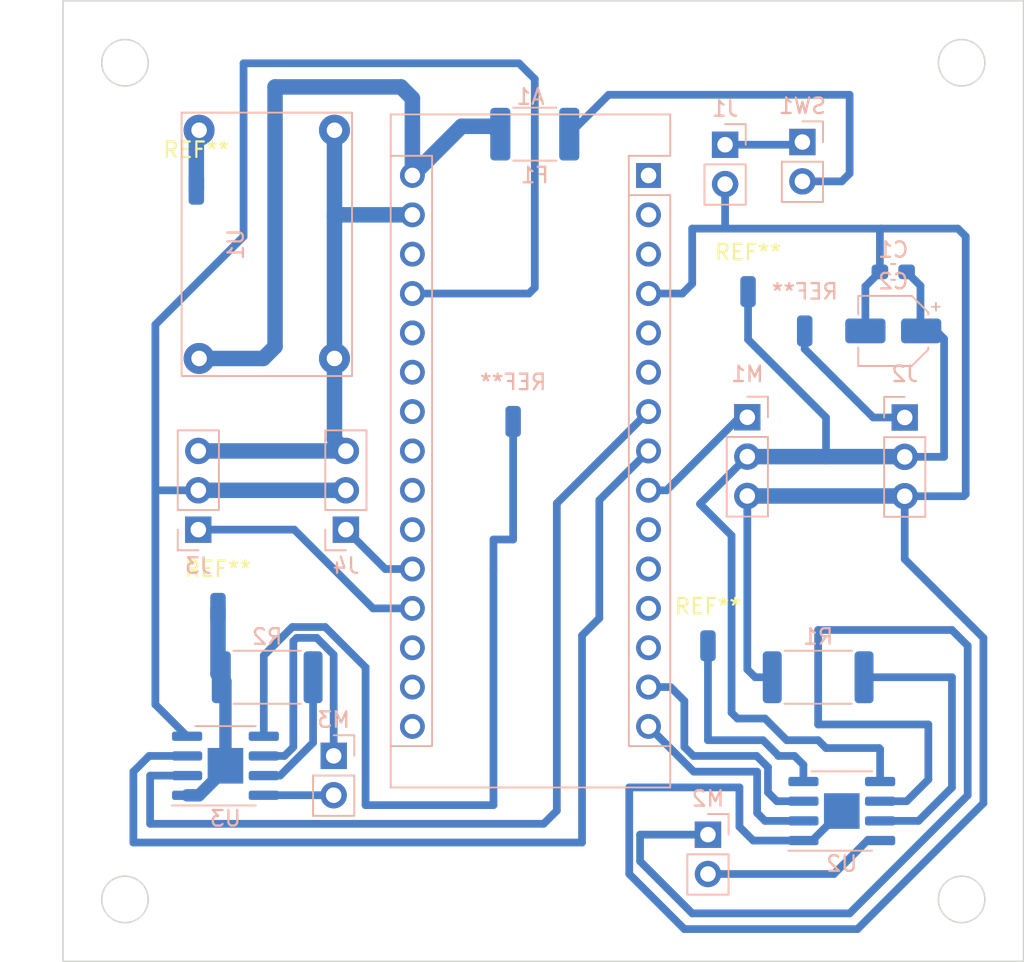
<source format=kicad_pcb>
(kicad_pcb (version 20211014) (generator pcbnew)
  (layers (0 "F.Cu" signal) (31 "B.Cu" signal) (34 "B.Paste" user) (35 "F.Paste" user) (36 "B.SilkS" user "B.Silkscreen") (37 "F.SilkS" user "F.Silkscreen") (38 "B.Mask" user) (39 "F.Mask" user) (44 "Edge.Cuts" user))
  (net 0 "")
  (net 6 "Net-(A1-Pad19)")
  (net 7 "GNDD")
  (net 8 "Net-(A1-Pad20)")
  (net 12 "Net-(A1-Pad15)")
  (net 14 "Net-(A1-Pad9)")
  (net 19 "+5V")
  (net 23 "Net-(A1-Pad30)")
  (net 25 "+6V")
  (net 26 "Net-(F1-Pad2)")
  (net 27 "Net-(J1-Pad1)")
  (net 28 "Net-(M2-Pad1)")
  (net 29 "Net-(M2-Pad2)")
  (net 30 "Net-(M3-Pad1)")
  (net 31 "Net-(M3-Pad2)")
  (net 32 "Net-(R1-Pad1)")
  (net 33 "Net-(R2-Pad1)")
  (net 34 "Net-(A1-Pad14)")
  (net 37 "Net-(A1-Pad7)")
  (net 38 "Net-(A1-Pad8)")
  (footprint "Connector_Wire:SolderWirePad_1x01_SMD_1x2mm" (layer "F.Cu") (at 71.628 71.628)
    (fp_text reference "REF**" (at 0 -2.54) (layer "F.SilkS"))
    (fp_text value "SolderWirePad_1x01_SMD_1x2mm")
    (pad "1" smd roundrect locked (at 0 0) (size 1 2) (layers "B.Cu" "F.Paste" "F.Mask") (net 19 "+5V"))
  )
  (footprint "Connector_Wire:SolderWirePad_1x01_SMD_1x2mm" (layer "F.Cu") (at 38.608 42.164)
    (fp_text reference "REF**" (at 0 -2.54) (layer "F.SilkS"))
    (fp_text value "SolderWirePad_1x01_SMD_1x2mm")
    (pad "1" smd roundrect locked (at 0 0) (size 1 2) (layers "B.Cu" "F.Paste" "F.Mask") (net 25 "+6V"))
  )
  (footprint "Connector_Wire:SolderWirePad_1x01_SMD_1x2mm" (layer "F.Cu") (at 40.005 69.215)
    (fp_text reference "REF**" (at 0 -2.54) (layer "F.SilkS"))
    (fp_text value "SolderWirePad_1x01_SMD_1x2mm")
    (pad "1" smd roundrect locked (at 0 0) (size 1 2) (layers "B.Cu" "F.Paste" "F.Mask") (net 7 "GNDD"))
  )
  (footprint "Connector_Wire:SolderWirePad_1x01_SMD_1x2mm" (layer "F.Cu") (at 74.216578 48.768)
    (fp_text reference "REF**" (at 0 -2.54) (layer "F.SilkS"))
    (fp_text value "SolderWirePad_1x01_SMD_1x2mm")
    (pad "1" smd roundrect locked (at 0 0) (size 1 2) (layers "B.Cu" "F.Paste" "F.Mask") (net 25 "+6V"))
  )
  (footprint "Connector_Wire:SolderWirePad_1x01_SMD_1x2mm" (layer "B.Cu") (at 59.055 57.15 180)
    (fp_text reference "REF**" (at 0 2.54) (layer "B.SilkS") (effects (justify mirror)))
    (fp_text value "SolderWirePad_1x01_SMD_1x2mm")
    (pad "1" smd roundrect locked (at 0 0 180) (size 1 2) (layers "B.Cu" "B.Paste" "B.Mask") (net 25 "+6V"))
  )
  (footprint "Connector_PinHeader_2.54mm:PinHeader_1x02_P2.54mm_Vertical" (layer "B.Cu") (at 71.628 83.82 180)
    (fp_text reference "M2" (at 0 2.33) (layer "B.SilkS") (effects (justify mirror)))
    (fp_text value "Motor_DC")
    (fp_line (start -1.33 1.33) (end 0 1.33) (layer "B.SilkS") (width 0.12))
    (fp_line (start -1.33 -1.27) (end 1.33 -1.27) (layer "B.SilkS") (width 0.12))
    (fp_line (start 1.33 -1.27) (end 1.33 -3.87) (layer "B.SilkS") (width 0.12))
    (fp_line (start -1.33 0) (end -1.33 1.33) (layer "B.SilkS") (width 0.12))
    (fp_line (start -1.33 -1.27) (end -1.33 -3.87) (layer "B.SilkS") (width 0.12))
    (fp_line (start -1.33 -3.87) (end 1.33 -3.87) (layer "B.SilkS") (width 0.12))
    (pad "1" thru_hole rect locked (at 0 0 180) (size 1.7 1.7) (drill 1) (layers *.Cu *.Mask) (net 28 "Net-(M2-Pad1)"))
    (pad "2" thru_hole oval locked (at 0 -2.54 180) (size 1.7 1.7) (drill 1) (layers *.Cu *.Mask) (net 29 "Net-(M2-Pad2)"))
  )
  (footprint "Connector_PinHeader_2.54mm:PinHeader_1x03_P2.54mm_Vertical" (layer "B.Cu") (at 74.168 56.881 180)
    (fp_text reference "M1" (at 0 2.794) (layer "B.SilkS") (effects (justify mirror)))
    (fp_text value "Motor_Servo")
    (fp_line (start -1.33 -1.27) (end -1.33 -6.41) (layer "B.SilkS") (width 0.12))
    (fp_line (start 1.33 -1.27) (end 1.33 -6.41) (layer "B.SilkS") (width 0.12))
    (fp_line (start -1.33 -1.27) (end 1.33 -1.27) (layer "B.SilkS") (width 0.12))
    (fp_line (start -1.33 1.33) (end 0 1.33) (layer "B.SilkS") (width 0.12))
    (fp_line (start -1.33 0) (end -1.33 1.33) (layer "B.SilkS") (width 0.12))
    (fp_line (start -1.33 -6.41) (end 1.33 -6.41) (layer "B.SilkS") (width 0.12))
    (pad "1" thru_hole rect locked (at 0 0 180) (size 1.7 1.7) (drill 1) (layers *.Cu *.Mask) (net 14 "Net-(A1-Pad9)"))
    (pad "2" thru_hole oval locked (at 0 -2.54 180) (size 1.7 1.7) (drill 1) (layers *.Cu *.Mask) (net 25 "+6V"))
    (pad "3" thru_hole oval locked (at 0 -5.08 180) (size 1.7 1.7) (drill 1) (layers *.Cu *.Mask) (net 7 "GNDD"))
  )
  (footprint "Eurobot_2025:dc-dc_Mini" (layer "B.Cu") (at 41.656 45.72 -90)
    (fp_text reference "U1" (at 0 0.5 90 unlocked) (layer "B.SilkS") (effects (justify mirror)))
    (fp_text value "dc-dc_converter")
    (fp_rect (start -8.5 4) (end 8.5 -7) (layer "B.SilkS") (width 0.12) (fill none))
    (pad "1" thru_hole circle (at -7.366 2.8702 270) (size 2 2) (drill 1) (layers *.Cu *.Mask) (net 25 "+6V"))
    (pad "2" thru_hole circle (at -7.366 -5.8674 270) (size 2 2) (drill 1) (layers *.Cu *.Mask) (net 7 "GNDD"))
    (pad "3" thru_hole circle (at 7.366 -5.8674 270) (size 2 2) (drill 1) (layers *.Cu *.Mask) (net 7 "GNDD"))
    (pad "4" thru_hole circle (at 7.366 2.8702 270) (size 2 2) (drill 1) (layers *.Cu *.Mask) (net 23 "Net-(A1-Pad30)"))
  )
  (footprint "Capacitor_SMD:CP_Elec_4x5.4" (layer "B.Cu") (at 83.588 51.308 180)
    (fp_text reference "C2" (at 0 3.2) (layer "B.SilkS") (effects (justify mirror)))
    (fp_text value "47uf")
    (fp_line (start -2.26 1.195563) (end -2.26 1.06) (layer "B.SilkS") (width 0.12))
    (fp_line (start -2.26 -1.195563) (end -1.195563 -2.26) (layer "B.SilkS") (width 0.12))
    (fp_line (start -2.75 1.81) (end -2.75 1.31) (layer "B.SilkS") (width 0.12))
    (fp_line (start 2.26 -2.26) (end 2.26 -1.06) (layer "B.SilkS") (width 0.12))
    (fp_line (start -2.26 -1.195563) (end -2.26 -1.06) (layer "B.SilkS") (width 0.12))
    (fp_line (start -3 1.56) (end -2.5 1.56) (layer "B.SilkS") (width 0.12))
    (fp_line (start -2.26 1.195563) (end -1.195563 2.26) (layer "B.SilkS") (width 0.12))
    (fp_line (start -1.195563 -2.26) (end 2.26 -2.26) (layer "B.SilkS") (width 0.12))
    (fp_line (start 2.26 2.26) (end 2.26 1.06) (layer "B.SilkS") (width 0.12))
    (fp_line (start -1.195563 2.26) (end 2.26 2.26) (layer "B.SilkS") (width 0.12))
    (pad "1" smd roundrect locked (at -1.8 0 180) (size 2.6 1.6) (layers "B.Cu" "B.Paste" "B.Mask") (roundrect_rratio 0.15625) (net 25 "+6V"))
    (pad "2" smd roundrect locked (at 1.8 0 180) (size 2.6 1.6) (layers "B.Cu" "B.Paste" "B.Mask") (roundrect_rratio 0.15625) (net 7 "GNDD"))
  )
  (footprint "Resistor_SMD:R_2512_6332Metric" (layer "B.Cu") (at 78.74 73.66 180)
    (fp_text reference "R1" (at 0 2.62) (layer "B.SilkS") (effects (justify mirror)))
    (fp_text value "0.2R")
    (fp_line (start -2.177064 1.71) (end 2.177064 1.71) (layer "B.SilkS") (width 0.12))
    (fp_line (start -2.177064 -1.71) (end 2.177064 -1.71) (layer "B.SilkS") (width 0.12))
    (pad "1" smd roundrect locked (at -2.9625 0 180) (size 1.225 3.35) (layers "B.Cu" "B.Paste" "B.Mask") (roundrect_rratio 0.204082) (net 32 "Net-(R1-Pad1)"))
    (pad "2" smd roundrect locked (at 2.9625 0 180) (size 1.225 3.35) (layers "B.Cu" "B.Paste" "B.Mask") (roundrect_rratio 0.204082) (net 7 "GNDD"))
  )
  (footprint "Connector_PinHeader_2.54mm:PinHeader_1x02_P2.54mm_Vertical" (layer "B.Cu") (at 72.734 39.291 180)
    (fp_text reference "J1" (at 0 2.33) (layer "B.SilkS") (effects (justify mirror)))
    (fp_text value "Conn_01x02")
    (fp_line (start -1.33 1.33) (end 0 1.33) (layer "B.SilkS") (width 0.12))
    (fp_line (start -1.33 -1.27) (end 1.33 -1.27) (layer "B.SilkS") (width 0.12))
    (fp_line (start -1.33 -1.27) (end -1.33 -3.87) (layer "B.SilkS") (width 0.12))
    (fp_line (start 1.33 -1.27) (end 1.33 -3.87) (layer "B.SilkS") (width 0.12))
    (fp_line (start -1.33 0) (end -1.33 1.33) (layer "B.SilkS") (width 0.12))
    (fp_line (start -1.33 -3.87) (end 1.33 -3.87) (layer "B.SilkS") (width 0.12))
    (pad "1" thru_hole rect locked (at 0 0 180) (size 1.7 1.7) (drill 1) (layers *.Cu *.Mask) (net 27 "Net-(J1-Pad1)"))
    (pad "2" thru_hole oval locked (at 0 -2.54 180) (size 1.7 1.7) (drill 1) (layers *.Cu *.Mask) (net 7 "GNDD"))
  )
  (footprint "Fuse:Fuse_1812_4532Metric_Pad1.30x3.40mm_HandSolder" (layer "B.Cu") (at 60.452 38.608)
    (fp_text reference "F1" (at 0 2.65) (layer "B.SilkS") (effects (justify mirror)))
    (fp_text value "Fuse")
    (fp_line (start -1.386252 -1.71) (end 1.386252 -1.71) (layer "B.SilkS") (width 0.12))
    (fp_line (start -1.386252 1.71) (end 1.386252 1.71) (layer "B.SilkS") (width 0.12))
    (pad "1" smd roundrect locked (at -2.225 0) (size 1.3 3.4) (layers "B.Cu" "B.Paste" "B.Mask") (roundrect_rratio 0.192308) (net 23 "Net-(A1-Pad30)"))
    (pad "2" smd roundrect locked (at 2.225 0) (size 1.3 3.4) (layers "B.Cu" "B.Paste" "B.Mask") (roundrect_rratio 0.192308) (net 26 "Net-(F1-Pad2)"))
  )
  (footprint "Connector_PinHeader_2.54mm:PinHeader_1x02_P2.54mm_Vertical" (layer "B.Cu") (at 47.471422 78.735 180)
    (fp_text reference "M3" (at 0 2.33) (layer "B.SilkS") (effects (justify mirror)))
    (fp_text value "Motor_DC")
    (fp_line (start -1.33 -1.27) (end 1.33 -1.27) (layer "B.SilkS") (width 0.12))
    (fp_line (start -1.33 -1.27) (end -1.33 -3.87) (layer "B.SilkS") (width 0.12))
    (fp_line (start -1.33 -3.87) (end 1.33 -3.87) (layer "B.SilkS") (width 0.12))
    (fp_line (start -1.33 1.33) (end 0 1.33) (layer "B.SilkS") (width 0.12))
    (fp_line (start -1.33 0) (end -1.33 1.33) (layer "B.SilkS") (width 0.12))
    (fp_line (start 1.33 -1.27) (end 1.33 -3.87) (layer "B.SilkS") (width 0.12))
    (pad "1" thru_hole rect locked (at 0 0 180) (size 1.7 1.7) (drill 1) (layers *.Cu *.Mask) (net 30 "Net-(M3-Pad1)"))
    (pad "2" thru_hole oval locked (at 0 -2.54 180) (size 1.7 1.7) (drill 1) (layers *.Cu *.Mask) (net 31 "Net-(M3-Pad2)"))
  )
  (footprint "Package_SO:HSOP-8-1EP_3.9x4.9mm_P1.27mm_EP2.3x2.3mm" (layer "B.Cu") (at 80.264 82.296)
    (fp_text reference "U2" (at 0 3.4) (layer "B.SilkS") (effects (justify mirror)))
    (fp_text value "DRV8870DDA")
    (fp_line (start 0 -2.56) (end 1.95 -2.56) (layer "B.SilkS") (width 0.12))
    (fp_line (start 0 2.56) (end 1.95 2.56) (layer "B.SilkS") (width 0.12))
    (fp_line (start 0 2.56) (end -3.45 2.56) (layer "B.SilkS") (width 0.12))
    (fp_line (start 0 -2.56) (end -1.95 -2.56) (layer "B.SilkS") (width 0.12))
    (pad "1" smd roundrect locked (at -2.475 1.905) (size 1.95 0.6) (layers "B.Cu" "B.Paste" "B.Mask") (net 7 "GNDD"))
    (pad "2" smd roundrect locked (at -2.475 0.635) (size 1.95 0.6) (layers "B.Cu" "B.Paste" "B.Mask") (net 12 "Net-(A1-Pad15)"))
    (pad "3" smd roundrect locked (at -2.475 -0.635) (size 1.95 0.6) (layers "B.Cu" "B.Paste" "B.Mask") (net 34 "Net-(A1-Pad14)"))
    (pad "4" smd roundrect locked (at -2.475 -1.905) (size 1.95 0.6) (layers "B.Cu" "B.Paste" "B.Mask") (net 19 "+5V"))
    (pad "5" smd roundrect locked (at 2.475 -1.905) (size 1.95 0.6) (layers "B.Cu" "B.Paste" "B.Mask") (net 25 "+6V"))
    (pad "6" smd roundrect locked (at 2.475 -0.635) (size 1.95 0.6) (layers "B.Cu" "B.Paste" "B.Mask") (net 28 "Net-(M2-Pad1)"))
    (pad "7" smd roundrect locked (at 2.475 0.635) (size 1.95 0.6) (layers "B.Cu" "B.Paste" "B.Mask") (net 32 "Net-(R1-Pad1)"))
    (pad "8" smd roundrect locked (at 2.475 1.905) (size 1.95 0.6) (layers "B.Cu" "B.Paste" "B.Mask") (net 29 "Net-(M2-Pad2)"))
    (pad "9" smd rect locked (at 0 0) (size 2.3 2.3) (layers "B.Cu" "B.Mask") (net 7 "GNDD"))
  )
  (footprint "Connector_PinHeader_2.54mm:PinHeader_1x03_P2.54mm_Vertical" (layer "B.Cu") (at 48.26 64.135)
    (fp_text reference "J4" (at 0 2.33) (layer "B.SilkS") (effects (justify mirror)))
    (fp_text value "Conn_01x03")
    (fp_line (start -1.33 -1.27) (end 1.33 -1.27) (layer "B.SilkS") (width 0.12))
    (fp_line (start 1.33 -1.27) (end 1.33 -6.41) (layer "B.SilkS") (width 0.12))
    (fp_line (start -1.33 0) (end -1.33 1.33) (layer "B.SilkS") (width 0.12))
    (fp_line (start -1.33 -1.27) (end -1.33 -6.41) (layer "B.SilkS") (width 0.12))
    (fp_line (start -1.33 1.33) (end 0 1.33) (layer "B.SilkS") (width 0.12))
    (fp_line (start -1.33 -6.41) (end 1.33 -6.41) (layer "B.SilkS") (width 0.12))
    (pad "1" thru_hole rect locked (at 0 0) (size 1.7 1.7) (drill 1) (layers *.Cu *.Mask) (net 8 "Net-(A1-Pad20)"))
    (pad "2" thru_hole oval locked (at 0 -2.54) (size 1.7 1.7) (drill 1) (layers *.Cu *.Mask) (net 19 "+5V"))
    (pad "3" thru_hole oval locked (at 0 -5.08) (size 1.7 1.7) (drill 1) (layers *.Cu *.Mask) (net 7 "GNDD"))
  )
  (footprint "Resistor_SMD:R_2512_6332Metric" (layer "B.Cu") (at 43.18 73.66 180)
    (fp_text reference "R2" (at 0 2.62) (layer "B.SilkS") (effects (justify mirror)))
    (fp_text value "0.2R")
    (fp_line (start -2.177064 -1.71) (end 2.177064 -1.71) (layer "B.SilkS") (width 0.12))
    (fp_line (start -2.177064 1.71) (end 2.177064 1.71) (layer "B.SilkS") (width 0.12))
    (pad "1" smd roundrect locked (at -2.9625 0 180) (size 1.225 3.35) (layers "B.Cu" "B.Paste" "B.Mask") (roundrect_rratio 0.204082) (net 33 "Net-(R2-Pad1)"))
    (pad "2" smd roundrect locked (at 2.9625 0 180) (size 1.225 3.35) (layers "B.Cu" "B.Paste" "B.Mask") (roundrect_rratio 0.204082) (net 7 "GNDD"))
  )
  (footprint "Capacitor_SMD:C_0603_1608Metric_Pad1.08x0.95mm_HandSolder" (layer "B.Cu") (at 83.588 47.498 180)
    (fp_text reference "C1" (at 0 1.43) (layer "B.SilkS") (effects (justify mirror)))
    (fp_text value "0.1uf")
    (fp_line (start -0.146267 -0.51) (end 0.146267 -0.51) (layer "B.SilkS") (width 0.12))
    (fp_line (start -0.146267 0.51) (end 0.146267 0.51) (layer "B.SilkS") (width 0.12))
    (pad "1" smd roundrect locked (at -0.8625 0 180) (size 1.075 0.95) (layers "B.Cu" "B.Paste" "B.Mask") (net 25 "+6V"))
    (pad "2" smd roundrect locked (at 0.8625 0 180) (size 1.075 0.95) (layers "B.Cu" "B.Paste" "B.Mask") (net 7 "GNDD"))
  )
  (footprint "Connector_PinSocket_2.54mm:PinSocket_1x03_P2.54mm_Vertical" (layer "B.Cu") (at 84.328 56.896 180)
    (fp_text reference "J2" (at 0 2.809) (layer "B.SilkS") (effects (justify mirror)))
    (fp_text value "Conn_01x03")
    (fp_line (start -1.33 -1.27) (end -1.33 -6.41) (layer "B.SilkS") (width 0.12))
    (fp_line (start -1.33 -6.41) (end 1.33 -6.41) (layer "B.SilkS") (width 0.12))
    (fp_line (start -1.33 -1.27) (end 1.33 -1.27) (layer "B.SilkS") (width 0.12))
    (fp_line (start 1.33 -1.27) (end 1.33 -6.41) (layer "B.SilkS") (width 0.12))
    (fp_line (start 0 1.33) (end 1.33 1.33) (layer "B.SilkS") (width 0.12))
    (fp_line (start 1.33 1.33) (end 1.33 0) (layer "B.SilkS") (width 0.12))
    (pad "1" thru_hole rect locked (at 0 0 180) (size 1.7 1.7) (drill 1) (layers *.Cu *.Mask) (net 23 "Net-(A1-Pad30)"))
    (pad "2" thru_hole oval locked (at 0 -2.54 180) (size 1.7 1.7) (drill 1) (layers *.Cu *.Mask) (net 25 "+6V"))
    (pad "3" thru_hole oval locked (at 0 -5.08 180) (size 1.7 1.7) (drill 1) (layers *.Cu *.Mask) (net 7 "GNDD"))
  )
  (footprint "Connector_PinHeader_2.54mm:PinHeader_1x03_P2.54mm_Vertical" (layer "B.Cu") (at 38.735 64.135)
    (fp_text reference "J3" (at 0 2.33) (layer "B.SilkS") (effects (justify mirror)))
    (fp_text value "Conn_01x03")
    (fp_line (start -1.33 -1.27) (end -1.33 -6.41) (layer "B.SilkS") (width 0.12))
    (fp_line (start 1.33 -1.27) (end 1.33 -6.41) (layer "B.SilkS") (width 0.12))
    (fp_line (start -1.33 0) (end -1.33 1.33) (layer "B.SilkS") (width 0.12))
    (fp_line (start -1.33 -1.27) (end 1.33 -1.27) (layer "B.SilkS") (width 0.12))
    (fp_line (start -1.33 1.33) (end 0 1.33) (layer "B.SilkS") (width 0.12))
    (fp_line (start -1.33 -6.41) (end 1.33 -6.41) (layer "B.SilkS") (width 0.12))
    (pad "1" thru_hole rect locked (at 0 0) (size 1.7 1.7) (drill 1) (layers *.Cu *.Mask) (net 6 "Net-(A1-Pad19)"))
    (pad "2" thru_hole oval locked (at 0 -2.54) (size 1.7 1.7) (drill 1) (layers *.Cu *.Mask) (net 19 "+5V"))
    (pad "3" thru_hole oval locked (at 0 -5.08) (size 1.7 1.7) (drill 1) (layers *.Cu *.Mask) (net 7 "GNDD"))
  )
  (footprint "Package_SO:HSOP-8-1EP_3.9x4.9mm_P1.27mm_EP2.3x2.3mm" (layer "B.Cu") (at 40.486422 79.375)
    (fp_text reference "U3" (at 0 3.4) (layer "B.SilkS") (effects (justify mirror)))
    (fp_text value "DRV8870DDA")
    (fp_line (start 0 2.56) (end 1.95 2.56) (layer "B.SilkS") (width 0.12))
    (fp_line (start 0 -2.56) (end -1.95 -2.56) (layer "B.SilkS") (width 0.12))
    (fp_line (start 0 -2.56) (end 1.95 -2.56) (layer "B.SilkS") (width 0.12))
    (fp_line (start 0 2.56) (end -3.45 2.56) (layer "B.SilkS") (width 0.12))
    (pad "1" smd roundrect locked (at -2.475 1.905) (size 1.95 0.6) (layers "B.Cu" "B.Paste" "B.Mask") (net 7 "GNDD"))
    (pad "2" smd roundrect locked (at -2.475 0.635) (size 1.95 0.6) (layers "B.Cu" "B.Paste" "B.Mask") (net 37 "Net-(A1-Pad7)"))
    (pad "3" smd roundrect locked (at -2.475 -0.635) (size 1.95 0.6) (layers "B.Cu" "B.Paste" "B.Mask") (net 38 "Net-(A1-Pad8)"))
    (pad "4" smd roundrect locked (at -2.475 -1.905) (size 1.95 0.6) (layers "B.Cu" "B.Paste" "B.Mask") (net 19 "+5V"))
    (pad "5" smd roundrect locked (at 2.475 -1.905) (size 1.95 0.6) (layers "B.Cu" "B.Paste" "B.Mask") (net 25 "+6V"))
    (pad "6" smd roundrect locked (at 2.475 -0.635) (size 1.95 0.6) (layers "B.Cu" "B.Paste" "B.Mask") (net 30 "Net-(M3-Pad1)"))
    (pad "7" smd roundrect locked (at 2.475 0.635) (size 1.95 0.6) (layers "B.Cu" "B.Paste" "B.Mask") (net 33 "Net-(R2-Pad1)"))
    (pad "8" smd roundrect locked (at 2.475 1.905) (size 1.95 0.6) (layers "B.Cu" "B.Paste" "B.Mask") (net 31 "Net-(M3-Pad2)"))
    (pad "9" smd rect locked (at 0 0) (size 2.3 2.3) (layers "B.Cu" "B.Mask") (net 7 "GNDD"))
  )
  (footprint "Module:Arduino_Nano" (layer "B.Cu") (at 67.791422 41.275 180)
    (fp_text reference "A1" (at 7.62 5.08) (layer "B.SilkS") (effects (justify mirror)))
    (fp_text value "Arduino_Nano_v3.x")
    (fp_line (start 1.27 -1.27) (end -1.4 -1.27) (layer "B.SilkS") (width 0.12))
    (fp_line (start 13.97 -36.83) (end 16.64 -36.83) (layer "B.SilkS") (width 0.12))
    (fp_line (start 1.27 -36.83) (end -1.4 -36.83) (layer "B.SilkS") (width 0.12))
    (fp_line (start 16.64 -39.5) (end 16.64 3.94) (layer "B.SilkS") (width 0.12))
    (fp_line (start 13.97 1.27) (end 16.64 1.27) (layer "B.SilkS") (width 0.12))
    (fp_line (start 1.27 1.27) (end -1.4 1.27) (layer "B.SilkS") (width 0.12))
    (fp_line (start -1.4 -1.27) (end -1.4 -39.5) (layer "B.SilkS") (width 0.12))
    (fp_line (start 1.27 -1.27) (end 1.27 -36.83) (layer "B.SilkS") (width 0.12))
    (fp_line (start 13.97 1.27) (end 13.97 -36.83) (layer "B.SilkS") (width 0.12))
    (fp_line (start 1.27 -1.27) (end 1.27 1.27) (layer "B.SilkS") (width 0.12))
    (fp_line (start 16.64 3.94) (end -1.4 3.94) (layer "B.SilkS") (width 0.12))
    (fp_line (start -1.4 -39.5) (end 16.64 -39.5) (layer "B.SilkS") (width 0.12))
    (fp_line (start -1.4 3.94) (end -1.4 1.27) (layer "B.SilkS") (width 0.12))
    (pad "1" thru_hole rect locked (at 0 0 180) (size 1.6 1.6) (drill 1) (layers *.Cu *.Mask))
    (pad "2" thru_hole oval locked (at 0 -2.54 180) (size 1.6 1.6) (drill 1) (layers *.Cu *.Mask))
    (pad "3" thru_hole oval locked (at 0 -5.08 180) (size 1.6 1.6) (drill 1) (layers *.Cu *.Mask))
    (pad "4" thru_hole oval locked (at 0 -7.62 180) (size 1.6 1.6) (drill 1) (layers *.Cu *.Mask) (net 7 "GNDD"))
    (pad "5" thru_hole oval locked (at 0 -10.16 180) (size 1.6 1.6) (drill 1) (layers *.Cu *.Mask))
    (pad "6" thru_hole oval locked (at 0 -12.7 180) (size 1.6 1.6) (drill 1) (layers *.Cu *.Mask))
    (pad "7" thru_hole oval locked (at 0 -15.24 180) (size 1.6 1.6) (drill 1) (layers *.Cu *.Mask) (net 37 "Net-(A1-Pad7)"))
    (pad "8" thru_hole oval locked (at 0 -17.78 180) (size 1.6 1.6) (drill 1) (layers *.Cu *.Mask) (net 38 "Net-(A1-Pad8)"))
    (pad "9" thru_hole oval locked (at 0 -20.32 180) (size 1.6 1.6) (drill 1) (layers *.Cu *.Mask) (net 14 "Net-(A1-Pad9)"))
    (pad "10" thru_hole oval locked (at 0 -22.86 180) (size 1.6 1.6) (drill 1) (layers *.Cu *.Mask))
    (pad "11" thru_hole oval locked (at 0 -25.4 180) (size 1.6 1.6) (drill 1) (layers *.Cu *.Mask))
    (pad "12" thru_hole oval locked (at 0 -27.94 180) (size 1.6 1.6) (drill 1) (layers *.Cu *.Mask))
    (pad "13" thru_hole oval locked (at 0 -30.48 180) (size 1.6 1.6) (drill 1) (layers *.Cu *.Mask))
    (pad "14" thru_hole oval locked (at 0 -33.02 180) (size 1.6 1.6) (drill 1) (layers *.Cu *.Mask) (net 34 "Net-(A1-Pad14)"))
    (pad "15" thru_hole oval locked (at 0 -35.56 180) (size 1.6 1.6) (drill 1) (layers *.Cu *.Mask) (net 12 "Net-(A1-Pad15)"))
    (pad "16" thru_hole oval locked (at 15.24 -35.56 180) (size 1.6 1.6) (drill 1) (layers *.Cu *.Mask))
    (pad "17" thru_hole oval locked (at 15.24 -33.02 180) (size 1.6 1.6) (drill 1) (layers *.Cu *.Mask))
    (pad "18" thru_hole oval locked (at 15.24 -30.48 180) (size 1.6 1.6) (drill 1) (layers *.Cu *.Mask))
    (pad "19" thru_hole oval locked (at 15.24 -27.94 180) (size 1.6 1.6) (drill 1) (layers *.Cu *.Mask) (net 6 "Net-(A1-Pad19)"))
    (pad "20" thru_hole oval locked (at 15.24 -25.4 180) (size 1.6 1.6) (drill 1) (layers *.Cu *.Mask) (net 8 "Net-(A1-Pad20)"))
    (pad "21" thru_hole oval locked (at 15.24 -22.86 180) (size 1.6 1.6) (drill 1) (layers *.Cu *.Mask))
    (pad "22" thru_hole oval locked (at 15.24 -20.32 180) (size 1.6 1.6) (drill 1) (layers *.Cu *.Mask))
    (pad "23" thru_hole oval locked (at 15.24 -17.78 180) (size 1.6 1.6) (drill 1) (layers *.Cu *.Mask))
    (pad "24" thru_hole oval locked (at 15.24 -15.24 180) (size 1.6 1.6) (drill 1) (layers *.Cu *.Mask))
    (pad "25" thru_hole oval locked (at 15.24 -12.7 180) (size 1.6 1.6) (drill 1) (layers *.Cu *.Mask))
    (pad "26" thru_hole oval locked (at 15.24 -10.16 180) (size 1.6 1.6) (drill 1) (layers *.Cu *.Mask))
    (pad "27" thru_hole oval locked (at 15.24 -7.62 180) (size 1.6 1.6) (drill 1) (layers *.Cu *.Mask) (net 19 "+5V"))
    (pad "28" thru_hole oval locked (at 15.24 -5.08 180) (size 1.6 1.6) (drill 1) (layers *.Cu *.Mask))
    (pad "29" thru_hole oval locked (at 15.24 -2.54 180) (size 1.6 1.6) (drill 1) (layers *.Cu *.Mask) (net 7 "GNDD"))
    (pad "30" thru_hole oval locked (at 15.24 0 180) (size 1.6 1.6) (drill 1) (layers *.Cu *.Mask) (net 23 "Net-(A1-Pad30)"))
  )
  (footprint "Connector_Wire:SolderWirePad_1x01_SMD_1x2mm" (layer "B.Cu") (at 77.873 51.308 180)
    (fp_text reference "REF**" (at 0 2.54) (layer "B.SilkS") (effects (justify mirror)))
    (fp_text value "SolderWirePad_1x01_SMD_1x2mm")
    (pad "1" smd roundrect locked (at 0 0 180) (size 1 2) (layers "B.Cu" "B.Paste" "B.Mask") (net 23 "Net-(A1-Pad30)"))
  )
  (footprint "Connector_PinHeader_2.54mm:PinHeader_1x02_P2.54mm_Vertical" (layer "B.Cu") (at 77.724 39.116 180)
    (fp_text reference "SW1" (at 0 2.33) (layer "B.SilkS") (effects (justify mirror)))
    (fp_text value "SW_DIP_x01")
    (fp_line (start -1.33 -3.87) (end 1.33 -3.87) (layer "B.SilkS") (width 0.12))
    (fp_line (start 1.33 -1.27) (end 1.33 -3.87) (layer "B.SilkS") (width 0.12))
    (fp_line (start -1.33 -1.27) (end 1.33 -1.27) (layer "B.SilkS") (width 0.12))
    (fp_line (start -1.33 1.33) (end 0 1.33) (layer "B.SilkS") (width 0.12))
    (fp_line (start -1.33 0) (end -1.33 1.33) (layer "B.SilkS") (width 0.12))
    (fp_line (start -1.33 -1.27) (end -1.33 -3.87) (layer "B.SilkS") (width 0.12))
    (pad "1" thru_hole rect locked (at 0 0 180) (size 1.7 1.7) (drill 1) (layers *.Cu *.Mask) (net 27 "Net-(J1-Pad1)"))
    (pad "2" thru_hole oval locked (at 0 -2.54 180) (size 1.7 1.7) (drill 1) (layers *.Cu *.Mask) (net 26 "Net-(F1-Pad2)"))
  )
  (gr_rect (start 30 30) (end 92 92) (layer "Edge.Cuts") (width 0.1) (fill none))
  (gr_circle (center 34 88) (end 35.5 88) (layer "Edge.Cuts") (width 0.1) (fill none))
  (gr_circle (center 88 34) (end 89.5 34) (layer "Edge.Cuts") (width 0.1) (fill none))
  (gr_circle (center 88 88) (end 89.5 88) (layer "Edge.Cuts") (width 0.1) (fill none))
  (gr_circle (center 34 34) (end 35.5 34) (layer "Edge.Cuts") (width 0.1) (fill none))
  (segment (start 38.735 64.135) (end 44.931422 64.135) (width 0.5) (layer "B.Cu") (net 6))
  (segment (start 50.011422 69.215) (end 52.551422 69.215) (width 0.5) (layer "B.Cu") (net 6))
  (segment (start 44.931422 64.135) (end 50.011422 69.215) (width 0.5) (layer "B.Cu") (net 6))
  (segment (start 82.7255 47.498) (end 82.7255 44.7825) (width 0.5) (layer "B.Cu") (net 7))
  (segment (start 66.548 80.772) (end 66.548 86.36) (width 0.5) (layer "B.Cu") (net 7))
  (segment (start 70.104 89.916) (end 81.28 89.916) (width 0.5) (layer "B.Cu") (net 7))
  (segment (start 89.408 81.788) (end 89.408 71.12) (width 0.5) (layer "B.Cu") (net 7))
  (segment (start 88.138 61.976) (end 84.328 61.976) (width 0.5) (layer "B.Cu") (net 7))
  (segment (start 82.804 44.704) (end 72.644 44.704) (width 0.5) (layer "B.Cu") (net 7))
  (segment (start 74.168 61.961) (end 84.313 61.961) (width 1) (layer "B.Cu") (net 7))
  (segment (start 72.734 44.614) (end 72.644 44.704) (width 0.5) (layer "B.Cu") (net 7))
  (segment (start 40.005 69.215) (end 40.005 73.4475) (width 1) (layer "B.Cu") (net 7))
  (segment (start 52.551422 43.815) (end 47.625 43.815) (width 1) (layer "B.Cu") (net 7))
  (segment (start 70.612 48.26) (end 69.977 48.895) (width 0.5) (layer "B.Cu") (net 7))
  (segment (start 81.28 89.916) (end 89.408 81.788) (width 0.5) (layer "B.Cu") (net 7))
  (segment (start 88.265 61.849) (end 88.138 61.976) (width 0.5) (layer "B.Cu") (net 7))
  (segment (start 47.5234 58.3184) (end 48.26 59.055) (width 1) (layer "B.Cu") (net 7))
  (segment (start 89.408 71.12) (end 84.328 66.04) (width 0.5) (layer "B.Cu") (net 7))
  (segment (start 88.265 45.212) (end 87.757 44.704) (width 0.5) (layer "B.Cu") (net 7))
  (segment (start 40.486422 73.928922) (end 40.2175 73.66) (width 0.8) (layer "B.Cu") (net 7))
  (segment (start 70.612 44.704) (end 70.612 48.26) (width 0.5) (layer "B.Cu") (net 7))
  (segment (start 73.66 83.312) (end 73.66 80.772) (width 0.5) (layer "B.Cu") (net 7))
  (segment (start 38.776403 81.28) (end 38.011422 81.28) (width 0.8) (layer "B.Cu") (net 7))
  (segment (start 72.734 41.831) (end 72.734 44.614) (width 0.5) (layer "B.Cu") (net 7))
  (segment (start 38.735 59.055) (end 48.26 59.055) (width 1) (layer "B.Cu") (net 7))
  (segment (start 73.66 80.772) (end 66.548 80.772) (width 0.5) (layer "B.Cu") (net 7))
  (segment (start 47.625 43.815) (end 47.5234 43.9166) (width 1) (layer "B.Cu") (net 7))
  (segment (start 69.977 48.895) (end 67.791422 48.895) (width 0.5) (layer "B.Cu") (net 7))
  (segment (start 87.757 44.704) (end 82.804 44.704) (width 0.5) (layer "B.Cu") (net 7))
  (segment (start 38.581422 81.28) (end 38.011422 81.28) (width 0.25) (layer "B.Cu") (net 7))
  (segment (start 88.265 61.849) (end 88.265 45.212) (width 0.5) (layer "B.Cu") (net 7))
  (segment (start 74.168 73.152) (end 74.168 61.961) (width 0.5) (layer "B.Cu") (net 7))
  (segment (start 74.676 73.66) (end 74.168 73.152) (width 0.5) (layer "B.Cu") (net 7))
  (segment (start 78.359 84.201) (end 80.264 82.296) (width 0.5) (layer "B.Cu") (net 7))
  (segment (start 84.328 66.04) (end 84.328 61.976) (width 0.5) (layer "B.Cu") (net 7))
  (segment (start 82.7255 44.7825) (end 82.804 44.704) (width 0.5) (layer "B.Cu") (net 7))
  (segment (start 77.789 84.201) (end 74.549 84.201) (width 0.5) (layer "B.Cu") (net 7))
  (segment (start 40.486422 79.375) (end 40.486422 73.928922) (width 0.8) (layer "B.Cu") (net 7))
  (segment (start 47.5234 53.086) (end 47.5234 58.3184) (width 1) (layer "B.Cu") (net 7))
  (segment (start 81.788 48.4355) (end 82.7255 47.498) (width 0.5) (layer "B.Cu") (net 7))
  (segment (start 47.5234 38.354) (end 47.5234 43.9166) (width 1) (layer "B.Cu") (net 7))
  (segment (start 77.789 84.201) (end 78.359 84.201) (width 0.5) (layer "B.Cu") (net 7))
  (segment (start 66.548 86.36) (end 70.104 89.916) (width 0.5) (layer "B.Cu") (net 7))
  (segment (start 40.486422 79.569981) (end 38.776403 81.28) (width 0.8) (layer "B.Cu") (net 7))
  (segment (start 75.7775 73.66) (end 74.676 73.66) (width 0.5) (layer "B.Cu") (net 7))
  (segment (start 40.005 73.4475) (end 40.2175 73.66) (width 1) (layer "B.Cu") (net 7))
  (segment (start 47.5234 43.9166) (end 47.5234 53.086) (width 1) (layer "B.Cu") (net 7))
  (segment (start 74.549 84.201) (end 73.66 83.312) (width 0.5) (layer "B.Cu") (net 7))
  (segment (start 81.788 51.308) (end 81.788 48.4355) (width 0.5) (layer "B.Cu") (net 7))
  (segment (start 84.313 61.961) (end 84.328 61.976) (width 1) (layer "B.Cu") (net 7))
  (segment (start 72.644 44.704) (end 70.612 44.704) (width 0.5) (layer "B.Cu") (net 7))
  (segment (start 40.486422 79.375) (end 40.486422 79.569981) (width 0.8) (layer "B.Cu") (net 7))
  (segment (start 50.8 66.675) (end 52.551422 66.675) (width 0.5) (layer "B.Cu") (net 8))
  (segment (start 48.26 64.135) (end 50.8 66.675) (width 0.5) (layer "B.Cu") (net 8))
  (segment (start 77.789 82.931) (end 75.311 82.931) (width 0.5) (layer "B.Cu") (net 12))
  (segment (start 70.712422 79.756) (end 67.791422 76.835) (width 0.5) (layer "B.Cu") (net 12))
  (segment (start 74.80096 79.756) (end 70.712422 79.756) (width 0.5) (layer "B.Cu") (net 12))
  (segment (start 75.311 82.931) (end 74.80096 82.42096) (width 0.5) (layer "B.Cu") (net 12))
  (segment (start 74.80096 82.42096) (end 74.80096 79.756) (width 0.5) (layer "B.Cu") (net 12))
  (segment (start 68.961 61.595) (end 67.791422 61.595) (width 0.5) (layer "B.Cu") (net 14))
  (segment (start 73.675 56.881) (end 68.961 61.595) (width 0.5) (layer "B.Cu") (net 14))
  (segment (start 74.168 56.881) (end 73.675 56.881) (width 0.5) (layer "B.Cu") (net 14))
  (segment (start 60.071 48.895) (end 52.551422 48.895) (width 0.5) (layer "B.Cu") (net 19))
  (segment (start 76.17327 78.71327) (end 75.184 77.724) (width 0.5) (layer "B.Cu") (net 19))
  (segment (start 77.216 78.74) (end 76.17327 78.74) (width 0.5) (layer "B.Cu") (net 19))
  (segment (start 35.985688 61.595) (end 38.735 61.595) (width 0.5) (layer "B.Cu") (net 19))
  (segment (start 41.656 34.036) (end 59.436 34.036) (width 0.5) (layer "B.Cu") (net 19))
  (segment (start 60.071 48.895) (end 60.452 48.514) (width 0.5) (layer "B.Cu") (net 19))
  (segment (start 35.963344 61.617344) (end 35.963344 50.904656) (width 0.5) (layer "B.Cu") (net 19))
  (segment (start 35.963344 61.617344) (end 35.985688 61.595) (width 0.5) (layer "B.Cu") (net 19))
  (segment (start 71.628 77.724) (end 71.628 71.628) (width 0.5) (layer "B.Cu") (net 19))
  (segment (start 38.011422 77.47) (end 35.963344 75.421922) (width 0.5) (layer "B.Cu") (net 19))
  (segment (start 77.789 80.391) (end 77.789 79.313) (width 0.5) (layer "B.Cu") (net 19))
  (segment (start 75.184 77.724) (end 71.628 77.724) (width 0.5) (layer "B.Cu") (net 19))
  (segment (start 76.17327 78.74) (end 76.17327 78.71327) (width 0.5) (layer "B.Cu") (net 19))
  (segment (start 38.735 61.595) (end 48.26 61.595) (width 1) (layer "B.Cu") (net 19))
  (segment (start 60.452 48.514) (end 60.452 35.052) (width 0.5) (layer "B.Cu") (net 19))
  (segment (start 77.789 79.313) (end 77.216 78.74) (width 0.5) (layer "B.Cu") (net 19))
  (segment (start 35.963344 61.617344) (end 35.963344 75.421922) (width 0.5) (layer "B.Cu") (net 19))
  (segment (start 35.963344 50.904656) (end 41.656 45.212) (width 0.5) (layer "B.Cu") (net 19))
  (segment (start 59.436 34.036) (end 60.452 35.052) (width 0.5) (layer "B.Cu") (net 19))
  (segment (start 41.656 45.212) (end 41.656 34.036) (width 0.5) (layer "B.Cu") (net 19))
  (segment (start 82.296 56.896) (end 84.328 56.896) (width 0.5) (layer "B.Cu") (net 23))
  (segment (start 55.726422 38.1) (end 57.719 38.1) (width 1) (layer "B.Cu") (net 23))
  (segment (start 57.719 38.1) (end 58.227 38.608) (width 1) (layer "B.Cu") (net 23))
  (segment (start 43.688 52.324) (end 43.688 35.56) (width 1) (layer "B.Cu") (net 23))
  (segment (start 51.816 35.56) (end 52.551422 36.295422) (width 1) (layer "B.Cu") (net 23))
  (segment (start 42.926 53.086) (end 43.688 52.324) (width 1) (layer "B.Cu") (net 23))
  (segment (start 52.551422 36.295422) (end 52.551422 41.275) (width 1) (layer "B.Cu") (net 23))
  (segment (start 77.873 51.308) (end 77.873 52.473) (width 0.5) (layer "B.Cu") (net 23))
  (segment (start 77.873 52.473) (end 82.296 56.896) (width 0.5) (layer "B.Cu") (net 23))
  (segment (start 52.551422 41.275) (end 55.726422 38.1) (width 1) (layer "B.Cu") (net 23))
  (segment (start 38.7858 53.086) (end 42.926 53.086) (width 1) (layer "B.Cu") (net 23))
  (segment (start 43.688 35.56) (end 51.816 35.56) (width 1) (layer "B.Cu") (net 23))
  (segment (start 79.248 56.896) (end 79.248 59.406) (width 0.5) (layer "B.Cu") (net 25))
  (segment (start 79.248 59.406) (end 79.233 59.421) (width 0.5) (layer "B.Cu") (net 25))
  (segment (start 75.30896 76.32496) (end 73.53096 76.32496) (width 0.5) (layer "B.Cu") (net 25))
  (segment (start 85.344 48.3915) (end 85.344 51.264) (width 0.5) (layer "B.Cu") (net 25))
  (segment (start 85.388 51.308) (end 86.36 51.308) (width 0.5) (layer "B.Cu") (net 25))
  (segment (start 76.708 77.724) (end 75.30896 76.32496) (width 0.5) (layer "B.Cu") (net 25))
  (segment (start 38.608 42.164) (end 38.608 38.5318) (width 1) (layer "B.Cu") (net 25))
  (segment (start 71.12 62.484) (end 71.12 62.469) (width 0.5) (layer "B.Cu") (net 25))
  (segment (start 84.313 59.421) (end 84.328 59.436) (width 1) (layer "B.Cu") (net 25))
  (segment (start 44.79525 70.42048) (end 46.92548 70.42048) (width 0.5) (layer "B.Cu") (net 25))
  (segment (start 86.868 59.436) (end 84.328 59.436) (width 0.5) (layer "B.Cu") (net 25))
  (segment (start 86.868 51.816) (end 86.868 59.436) (width 0.5) (layer "B.Cu") (net 25))
  (segment (start 57.785 66.675) (end 57.785 64.77) (width 0.5) (layer "B.Cu") (net 25))
  (segment (start 57.785 64.77) (end 59.055 64.77) (width 0.5) (layer "B.Cu") (net 25))
  (segment (start 73.152 75.946) (end 73.152 64.516) (width 0.5) (layer "B.Cu") (net 25))
  (segment (start 74.216578 51.864578) (end 79.248 56.896) (width 0.5) (layer "B.Cu") (net 25))
  (segment (start 46.92548 70.42048) (end 49.53 73.025) (width 0.5) (layer "B.Cu") (net 25))
  (segment (start 86.36 51.308) (end 86.868 51.816) (width 0.5) (layer "B.Cu") (net 25))
  (segment (start 78.74 77.724) (end 76.708 77.724) (width 0.5) (layer "B.Cu") (net 25))
  (segment (start 42.961422 77.47) (end 42.961422 72.254308) (width 0.5) (layer "B.Cu") (net 25))
  (segment (start 82.739 78.297) (end 82.674 78.232) (width 0.5) (layer "B.Cu") (net 25))
  (segment (start 84.4505 47.498) (end 85.344 48.3915) (width 0.5) (layer "B.Cu") (net 25))
  (segment (start 74.168 59.421) (end 79.233 59.421) (width 1) (layer "B.Cu") (net 25))
  (segment (start 85.344 51.264) (end 85.388 51.308) (width 0.5) (layer "B.Cu") (net 25))
  (segment (start 73.53096 76.32496) (end 73.152 75.946) (width 0.5) (layer "B.Cu") (net 25))
  (segment (start 73.152 64.516) (end 71.12 62.484) (width 0.5) (layer "B.Cu") (net 25))
  (segment (start 42.961422 72.254308) (end 44.79525 70.42048) (width 0.5) (layer "B.Cu") (net 25))
  (segment (start 49.53 73.025) (end 49.53 81.915) (width 0.5) (layer "B.Cu") (net 25))
  (segment (start 74.216578 48.768) (end 74.216578 51.864578) (width 0.5) (layer "B.Cu") (net 25))
  (segment (start 82.674 78.232) (end 79.248 78.232) (width 0.5) (layer "B.Cu") (net 25))
  (segment (start 79.248 78.232) (end 78.74 77.724) (width 0.5) (layer "B.Cu") (net 25))
  (segment (start 49.53 81.915) (end 57.785 81.915) (width 0.5) (layer "B.Cu") (net 25))
  (segment (start 79.233 59.421) (end 84.313 59.421) (width 1) (layer "B.Cu") (net 25))
  (segment (start 59.055 57.15) (end 59.055 64.77) (width 0.5) (layer "B.Cu") (net 25))
  (segment (start 71.12 62.469) (end 74.168 59.421) (width 0.5) (layer "B.Cu") (net 25))
  (segment (start 38.608 38.5318) (end 38.7858 38.354) (width 1) (layer "B.Cu") (net 25))
  (segment (start 82.739 80.391) (end 82.739 78.297) (width 0.5) (layer "B.Cu") (net 25))
  (segment (start 57.785 81.915) (end 57.785 66.675) (width 0.5) (layer "B.Cu") (net 25))
  (segment (start 80.772 41.148) (end 80.772 36.068) (width 0.5) (layer "B.Cu") (net 26))
  (segment (start 80.772 36.068) (end 65.217 36.068) (width 0.5) (layer "B.Cu") (net 26))
  (segment (start 77.724 41.656) (end 80.264 41.656) (width 0.5) (layer "B.Cu") (net 26))
  (segment (start 80.264 41.656) (end 80.772 41.148) (width 0.5) (layer "B.Cu") (net 26))
  (segment (start 65.217 36.068) (end 62.677 38.608) (width 0.5) (layer "B.Cu") (net 26))
  (segment (start 77.549 39.291) (end 77.724 39.116) (width 0.5) (layer "B.Cu") (net 27))
  (segment (start 72.734 39.291) (end 77.549 39.291) (width 0.5) (layer "B.Cu") (net 27))
  (segment (start 87.376 70.612) (end 88.392 71.628) (width 0.5) (layer "B.Cu") (net 28))
  (segment (start 80.772 88.9) (end 70.612 88.9) (width 0.5) (layer "B.Cu") (net 28))
  (segment (start 67.24752 83.82) (end 71.628 83.82) (width 0.5) (layer "B.Cu") (net 28))
  (segment (start 82.739 81.661) (end 84.455 81.661) (width 0.5) (layer "B.Cu") (net 28))
  (segment (start 88.392 71.628) (end 88.392 81.28) (width 0.5) (layer "B.Cu") (net 28))
  (segment (start 78.74 70.612) (end 87.376 70.612) (width 0.5) (layer "B.Cu") (net 28))
  (segment (start 78.74 76.708) (end 78.74 70.612) (width 0.5) (layer "B.Cu") (net 28))
  (segment (start 85.852 76.708) (end 78.74 76.708) (width 0.5) (layer "B.Cu") (net 28))
  (segment (start 70.612 88.9) (end 67.24752 85.53552) (width 0.5) (layer "B.Cu") (net 28))
  (segment (start 88.392 81.28) (end 80.772 88.9) (width 0.5) (layer "B.Cu") (net 28))
  (segment (start 85.852 80.264) (end 85.852 76.708) (width 0.5) (layer "B.Cu") (net 28))
  (segment (start 67.24752 85.53552) (end 67.24752 83.82) (width 0.5) (layer "B.Cu") (net 28))
  (segment (start 84.455 81.661) (end 85.852 80.264) (width 0.5) (layer "B.Cu") (net 28))
  (segment (start 81.915 84.201) (end 82.739 84.201) (width 0.5) (layer "B.Cu") (net 29))
  (segment (start 71.628 86.36) (end 79.756 86.36) (width 0.5) (layer "B.Cu") (net 29))
  (segment (start 79.756 86.36) (end 81.915 84.201) (width 0.5) (layer "B.Cu") (net 29))
  (segment (start 46.37927 71.12) (end 47.471422 72.212152) (width 0.5) (layer "B.Cu") (net 30))
  (segment (start 45.085 71.12) (end 46.37927 71.12) (width 0.5) (layer "B.Cu") (net 30))
  (segment (start 42.961422 78.74) (end 44.296422 78.74) (width 0.5) (layer "B.Cu") (net 30))
  (segment (start 44.296422 78.74) (end 44.866902 78.16952) (width 0.5) (layer "B.Cu") (net 30))
  (segment (start 44.866902 71.338098) (end 45.085 71.12) (width 0.5) (layer "B.Cu") (net 30))
  (segment (start 47.471422 72.212152) (end 47.471422 78.735) (width 0.5) (layer "B.Cu") (net 30))
  (segment (start 44.866902 78.16952) (end 44.866902 71.338098) (width 0.5) (layer "B.Cu") (net 30))
  (segment (start 47.471422 81.275) (end 42.966422 81.275) (width 0.5) (layer "B.Cu") (net 31))
  (segment (start 43.666422 81.275) (end 43.661422 81.28) (width 0.25) (layer "B.Cu") (net 31))
  (segment (start 43.661422 81.28) (end 42.961422 81.28) (width 0.25) (layer "B.Cu") (net 31))
  (segment (start 42.966422 81.275) (end 42.961422 81.28) (width 0.5) (layer "B.Cu") (net 31))
  (segment (start 87.376 80.772) (end 85.217 82.931) (width 0.5) (layer "B.Cu") (net 32))
  (segment (start 81.7025 73.66) (end 87.376 73.66) (width 0.5) (layer "B.Cu") (net 32))
  (segment (start 85.217 82.931) (end 82.739 82.931) (width 0.5) (layer "B.Cu") (net 32))
  (segment (start 87.376 73.66) (end 87.376 80.772) (width 0.5) (layer "B.Cu") (net 32))
  (segment (start 42.961422 80.01) (end 44.015692 80.01) (width 0.5) (layer "B.Cu") (net 33))
  (segment (start 44.015692 80.01) (end 46.1425 77.883192) (width 0.5) (layer "B.Cu") (net 33))
  (segment (start 46.1425 77.883192) (end 46.1425 73.66) (width 0.5) (layer "B.Cu") (net 33))
  (segment (start 75.50048 81.08848) (end 76.073 81.661) (width 0.5) (layer "B.Cu") (net 34))
  (segment (start 70.685692 78.74) (end 74.77423 78.74) (width 0.5) (layer "B.Cu") (net 34))
  (segment (start 70.104 75.184) (end 70.104 78.158308) (width 0.5) (layer "B.Cu") (net 34))
  (segment (start 75.50048 79.46625) (end 75.50048 81.08848) (width 0.5) (layer "B.Cu") (net 34))
  (segment (start 74.77423 78.74) (end 75.50048 79.46625) (width 0.5) (layer "B.Cu") (net 34))
  (segment (start 70.104 78.158308) (end 70.685692 78.74) (width 0.5) (layer "B.Cu") (net 34))
  (segment (start 76.073 81.661) (end 77.789 81.661) (width 0.5) (layer "B.Cu") (net 34))
  (segment (start 69.215 74.295) (end 70.104 75.184) (width 0.5) (layer "B.Cu") (net 34))
  (segment (start 67.791422 74.295) (end 69.215 74.295) (width 0.5) (layer "B.Cu") (net 34))
  (segment (start 35.62452 83.12048) (end 61.02452 83.12048) (width 0.5) (layer "B.Cu") (net 37))
  (segment (start 35.62452 80.01) (end 35.62452 83.12048) (width 0.5) (layer "B.Cu") (net 37))
  (segment (start 61.873978 82.271022) (end 61.873978 62.432444) (width 0.5) (layer "B.Cu") (net 37))
  (segment (start 61.02452 83.12048) (end 61.873978 82.271022) (width 0.5) (layer "B.Cu") (net 37))
  (segment (start 61.873978 62.432444) (end 67.791422 56.515) (width 0.5) (layer "B.Cu") (net 37))
  (segment (start 38.011422 80.01) (end 35.62452 80.01) (width 0.5) (layer "B.Cu") (net 37))
  (segment (start 35.56 78.74) (end 34.544 79.756) (width 0.5) (layer "B.Cu") (net 38))
  (segment (start 34.544 84.328) (end 63.5 84.328) (width 0.5) (layer "B.Cu") (net 38))
  (segment (start 63.5 84.328) (end 63.5 70.966422) (width 0.5) (layer "B.Cu") (net 38))
  (segment (start 64.616422 62.23) (end 67.791422 59.055) (width 0.5) (layer "B.Cu") (net 38))
  (segment (start 63.5 70.966422) (end 64.616422 69.85) (width 0.5) (layer "B.Cu") (net 38))
  (segment (start 34.544 79.756) (end 34.544 84.328) (width 0.5) (layer "B.Cu") (net 38))
  (segment (start 38.011422 78.74) (end 35.56 78.74) (width 0.5) (layer "B.Cu") (net 38))
  (segment (start 64.616422 69.85) (end 64.616422 62.23) (width 0.5) (layer "B.Cu") (net 38))
)
</source>
